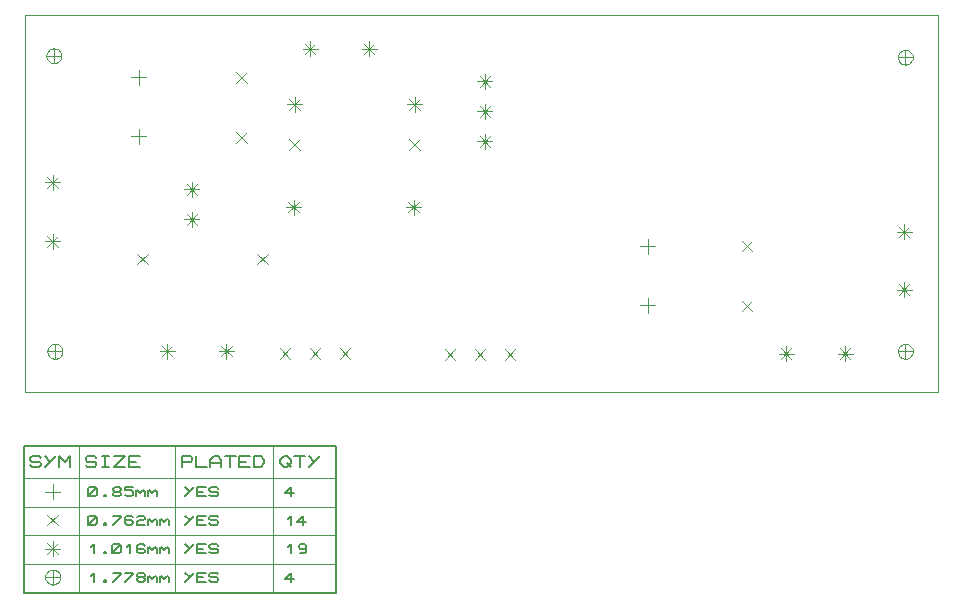
<source format=gbr>
G04 PROTEUS RS274X GERBER FILE*
%FSLAX45Y45*%
%MOMM*%
G01*
%ADD20C,0.101600*%
%ADD21C,0.127000*%
%ADD22C,0.063500*%
D20*
X-3246500Y+2040000D02*
X-3246717Y+2045247D01*
X-3248482Y+2055742D01*
X-3252174Y+2066237D01*
X-3258202Y+2076732D01*
X-3267424Y+2087112D01*
X-3277919Y+2094800D01*
X-3288414Y+2099718D01*
X-3298909Y+2102524D01*
X-3309404Y+2103497D01*
X-3310000Y+2103500D01*
X-3373500Y+2040000D02*
X-3373283Y+2045247D01*
X-3371518Y+2055742D01*
X-3367826Y+2066237D01*
X-3361798Y+2076732D01*
X-3352576Y+2087112D01*
X-3342081Y+2094800D01*
X-3331586Y+2099718D01*
X-3321091Y+2102524D01*
X-3310596Y+2103497D01*
X-3310000Y+2103500D01*
X-3373500Y+2040000D02*
X-3373283Y+2034753D01*
X-3371518Y+2024258D01*
X-3367826Y+2013763D01*
X-3361798Y+2003268D01*
X-3352576Y+1992888D01*
X-3342081Y+1985200D01*
X-3331586Y+1980282D01*
X-3321091Y+1977476D01*
X-3310596Y+1976503D01*
X-3310000Y+1976500D01*
X-3246500Y+2040000D02*
X-3246717Y+2034753D01*
X-3248482Y+2024258D01*
X-3252174Y+2013763D01*
X-3258202Y+2003268D01*
X-3267424Y+1992888D01*
X-3277919Y+1985200D01*
X-3288414Y+1980282D01*
X-3298909Y+1977476D01*
X-3309404Y+1976503D01*
X-3310000Y+1976500D01*
X-3310000Y+2103500D02*
X-3310000Y+1976500D01*
X-3373500Y+2040000D02*
X-3246500Y+2040000D01*
X-3236500Y-460000D02*
X-3236717Y-454753D01*
X-3238482Y-444258D01*
X-3242174Y-433763D01*
X-3248202Y-423268D01*
X-3257424Y-412888D01*
X-3267919Y-405200D01*
X-3278414Y-400282D01*
X-3288909Y-397476D01*
X-3299404Y-396503D01*
X-3300000Y-396500D01*
X-3363500Y-460000D02*
X-3363283Y-454753D01*
X-3361518Y-444258D01*
X-3357826Y-433763D01*
X-3351798Y-423268D01*
X-3342576Y-412888D01*
X-3332081Y-405200D01*
X-3321586Y-400282D01*
X-3311091Y-397476D01*
X-3300596Y-396503D01*
X-3300000Y-396500D01*
X-3363500Y-460000D02*
X-3363283Y-465247D01*
X-3361518Y-475742D01*
X-3357826Y-486237D01*
X-3351798Y-496732D01*
X-3342576Y-507112D01*
X-3332081Y-514800D01*
X-3321586Y-519718D01*
X-3311091Y-522524D01*
X-3300596Y-523497D01*
X-3300000Y-523500D01*
X-3236500Y-460000D02*
X-3236717Y-465247D01*
X-3238482Y-475742D01*
X-3242174Y-486237D01*
X-3248202Y-496732D01*
X-3257424Y-507112D01*
X-3267919Y-514800D01*
X-3278414Y-519718D01*
X-3288909Y-522524D01*
X-3299404Y-523497D01*
X-3300000Y-523500D01*
X-3300000Y-396500D02*
X-3300000Y-523500D01*
X-3363500Y-460000D02*
X-3236500Y-460000D01*
X+3963500Y+2030000D02*
X+3963283Y+2035247D01*
X+3961518Y+2045742D01*
X+3957826Y+2056237D01*
X+3951798Y+2066732D01*
X+3942576Y+2077112D01*
X+3932081Y+2084800D01*
X+3921586Y+2089718D01*
X+3911091Y+2092524D01*
X+3900596Y+2093497D01*
X+3900000Y+2093500D01*
X+3836500Y+2030000D02*
X+3836717Y+2035247D01*
X+3838482Y+2045742D01*
X+3842174Y+2056237D01*
X+3848202Y+2066732D01*
X+3857424Y+2077112D01*
X+3867919Y+2084800D01*
X+3878414Y+2089718D01*
X+3888909Y+2092524D01*
X+3899404Y+2093497D01*
X+3900000Y+2093500D01*
X+3836500Y+2030000D02*
X+3836717Y+2024753D01*
X+3838482Y+2014258D01*
X+3842174Y+2003763D01*
X+3848202Y+1993268D01*
X+3857424Y+1982888D01*
X+3867919Y+1975200D01*
X+3878414Y+1970282D01*
X+3888909Y+1967476D01*
X+3899404Y+1966503D01*
X+3900000Y+1966500D01*
X+3963500Y+2030000D02*
X+3963283Y+2024753D01*
X+3961518Y+2014258D01*
X+3957826Y+2003763D01*
X+3951798Y+1993268D01*
X+3942576Y+1982888D01*
X+3932081Y+1975200D01*
X+3921586Y+1970282D01*
X+3911091Y+1967476D01*
X+3900596Y+1966503D01*
X+3900000Y+1966500D01*
X+3900000Y+2093500D02*
X+3900000Y+1966500D01*
X+3836500Y+2030000D02*
X+3963500Y+2030000D01*
X+3963500Y-460000D02*
X+3963283Y-454753D01*
X+3961518Y-444258D01*
X+3957826Y-433763D01*
X+3951798Y-423268D01*
X+3942576Y-412888D01*
X+3932081Y-405200D01*
X+3921586Y-400282D01*
X+3911091Y-397476D01*
X+3900596Y-396503D01*
X+3900000Y-396500D01*
X+3836500Y-460000D02*
X+3836717Y-454753D01*
X+3838482Y-444258D01*
X+3842174Y-433763D01*
X+3848202Y-423268D01*
X+3857424Y-412888D01*
X+3867919Y-405200D01*
X+3878414Y-400282D01*
X+3888909Y-397476D01*
X+3899404Y-396503D01*
X+3900000Y-396500D01*
X+3836500Y-460000D02*
X+3836717Y-465247D01*
X+3838482Y-475742D01*
X+3842174Y-486237D01*
X+3848202Y-496732D01*
X+3857424Y-507112D01*
X+3867919Y-514800D01*
X+3878414Y-519718D01*
X+3888909Y-522524D01*
X+3899404Y-523497D01*
X+3900000Y-523500D01*
X+3963500Y-460000D02*
X+3963283Y-465247D01*
X+3961518Y-475742D01*
X+3957826Y-486237D01*
X+3951798Y-496732D01*
X+3942576Y-507112D01*
X+3932081Y-514800D01*
X+3921586Y-519718D01*
X+3911091Y-522524D01*
X+3900596Y-523497D01*
X+3900000Y-523500D01*
X+3900000Y-396500D02*
X+3900000Y-523500D01*
X+3836500Y-460000D02*
X+3963500Y-460000D01*
X+340000Y+1887500D02*
X+340000Y+1760500D01*
X+276500Y+1824000D02*
X+403500Y+1824000D01*
X+295099Y+1868901D02*
X+384901Y+1779099D01*
X+295099Y+1779099D02*
X+384901Y+1868901D01*
X+340000Y+1633500D02*
X+340000Y+1506500D01*
X+276500Y+1570000D02*
X+403500Y+1570000D01*
X+295099Y+1614901D02*
X+384901Y+1525099D01*
X+295099Y+1525099D02*
X+384901Y+1614901D01*
X+340000Y+1379500D02*
X+340000Y+1252500D01*
X+276500Y+1316000D02*
X+403500Y+1316000D01*
X+295099Y+1360901D02*
X+384901Y+1271099D01*
X+295099Y+1271099D02*
X+384901Y+1360901D01*
X-3320000Y+1033500D02*
X-3320000Y+906500D01*
X-3383500Y+970000D02*
X-3256500Y+970000D01*
X-3364901Y+1014901D02*
X-3275099Y+925099D01*
X-3364901Y+925099D02*
X-3275099Y+1014901D01*
X-3320000Y+533500D02*
X-3320000Y+406500D01*
X-3383500Y+470000D02*
X-3256500Y+470000D01*
X-3364901Y+514901D02*
X-3275099Y+425099D01*
X-3364901Y+425099D02*
X-3275099Y+514901D01*
X+3890000Y+613500D02*
X+3890000Y+486500D01*
X+3826500Y+550000D02*
X+3953500Y+550000D01*
X+3845099Y+594901D02*
X+3934901Y+505099D01*
X+3845099Y+505099D02*
X+3934901Y+594901D01*
X+3890000Y+123500D02*
X+3890000Y-3500D01*
X+3826500Y+60000D02*
X+3953500Y+60000D01*
X+3845099Y+104901D02*
X+3934901Y+15099D01*
X+3845099Y+15099D02*
X+3934901Y+104901D01*
X-2140000Y+973500D02*
X-2140000Y+846500D01*
X-2203500Y+910000D02*
X-2076500Y+910000D01*
X-2184901Y+954901D02*
X-2095099Y+865099D01*
X-2184901Y+865099D02*
X-2095099Y+954901D01*
X-2140000Y+719500D02*
X-2140000Y+592500D01*
X-2203500Y+656000D02*
X-2076500Y+656000D01*
X-2184901Y+700901D02*
X-2095099Y+611099D01*
X-2184901Y+611099D02*
X-2095099Y+700901D01*
X-2604901Y+364901D02*
X-2515099Y+275099D01*
X-2604901Y+275099D02*
X-2515099Y+364901D01*
X-1588901Y+364901D02*
X-1499099Y+275099D01*
X-1588901Y+275099D02*
X-1499099Y+364901D01*
X-2590000Y+1423500D02*
X-2590000Y+1296500D01*
X-2653500Y+1360000D02*
X-2526500Y+1360000D01*
X-2590000Y+1923500D02*
X-2590000Y+1796500D01*
X-2653500Y+1860000D02*
X-2526500Y+1860000D01*
X-1764901Y+1394901D02*
X-1675099Y+1305099D01*
X-1764901Y+1305099D02*
X-1675099Y+1394901D01*
X-1764901Y+1902901D02*
X-1675099Y+1813099D01*
X-1764901Y+1813099D02*
X-1675099Y+1902901D01*
X-264000Y+823500D02*
X-264000Y+696500D01*
X-327500Y+760000D02*
X-200500Y+760000D01*
X-308901Y+804901D02*
X-219099Y+715099D01*
X-308901Y+715099D02*
X-219099Y+804901D01*
X-1280000Y+823500D02*
X-1280000Y+696500D01*
X-1343500Y+760000D02*
X-1216500Y+760000D01*
X-1324901Y+804901D02*
X-1235099Y+715099D01*
X-1324901Y+715099D02*
X-1235099Y+804901D01*
X-254000Y+1693500D02*
X-254000Y+1566500D01*
X-317500Y+1630000D02*
X-190500Y+1630000D01*
X-298901Y+1674901D02*
X-209099Y+1585099D01*
X-298901Y+1585099D02*
X-209099Y+1674901D01*
X-1270000Y+1693500D02*
X-1270000Y+1566500D01*
X-1333500Y+1630000D02*
X-1206500Y+1630000D01*
X-1314901Y+1674901D02*
X-1225099Y+1585099D01*
X-1314901Y+1585099D02*
X-1225099Y+1674901D01*
X-1314901Y+1334901D02*
X-1225099Y+1245099D01*
X-1314901Y+1245099D02*
X-1225099Y+1334901D01*
X-298901Y+1334901D02*
X-209099Y+1245099D01*
X-298901Y+1245099D02*
X-209099Y+1334901D01*
X-1140000Y+2163500D02*
X-1140000Y+2036500D01*
X-1203500Y+2100000D02*
X-1076500Y+2100000D01*
X-1184901Y+2144901D02*
X-1095099Y+2055099D01*
X-1184901Y+2055099D02*
X-1095099Y+2144901D01*
X-640000Y+2163500D02*
X-640000Y+2036500D01*
X-703500Y+2100000D02*
X-576500Y+2100000D01*
X-684901Y+2144901D02*
X-595099Y+2055099D01*
X-684901Y+2055099D02*
X-595099Y+2144901D01*
X-2350000Y-396500D02*
X-2350000Y-523500D01*
X-2413500Y-460000D02*
X-2286500Y-460000D01*
X-2394901Y-415099D02*
X-2305099Y-504901D01*
X-2394901Y-504901D02*
X-2305099Y-415099D01*
X-1850000Y-396500D02*
X-1850000Y-523500D01*
X-1913500Y-460000D02*
X-1786500Y-460000D01*
X-1894901Y-415099D02*
X-1805099Y-504901D01*
X-1894901Y-504901D02*
X-1805099Y-415099D01*
X+2890000Y-416500D02*
X+2890000Y-543500D01*
X+2826500Y-480000D02*
X+2953500Y-480000D01*
X+2845099Y-435099D02*
X+2934901Y-524901D01*
X+2845099Y-524901D02*
X+2934901Y-435099D01*
X-1398901Y-435099D02*
X-1309099Y-524901D01*
X-1398901Y-524901D02*
X-1309099Y-435099D01*
X-890901Y-435099D02*
X-801099Y-524901D01*
X-890901Y-524901D02*
X-801099Y-435099D01*
X-1144901Y-435099D02*
X-1055099Y-524901D01*
X-1144901Y-524901D02*
X-1055099Y-435099D01*
X+1099Y-445099D02*
X+90901Y-534901D01*
X+1099Y-534901D02*
X+90901Y-445099D01*
X+509099Y-445099D02*
X+598901Y-534901D01*
X+509099Y-534901D02*
X+598901Y-445099D01*
X+255099Y-445099D02*
X+344901Y-534901D01*
X+255099Y-534901D02*
X+344901Y-445099D01*
X+1720000Y-6500D02*
X+1720000Y-133500D01*
X+1656500Y-70000D02*
X+1783500Y-70000D01*
X+1720000Y+493500D02*
X+1720000Y+366500D01*
X+1656500Y+430000D02*
X+1783500Y+430000D01*
X+2515099Y-33099D02*
X+2604901Y-122901D01*
X+2515099Y-122901D02*
X+2604901Y-33099D01*
X+2515099Y+474901D02*
X+2604901Y+385099D01*
X+2515099Y+385099D02*
X+2604901Y+474901D01*
X+3390000Y-416500D02*
X+3390000Y-543500D01*
X+3326500Y-480000D02*
X+3453500Y-480000D01*
X+3345099Y-435099D02*
X+3434901Y-524901D01*
X+3345099Y-524901D02*
X+3434901Y-435099D01*
X-3550000Y-808580D02*
X+4180000Y-808580D01*
X+4180000Y+2390000D01*
X-3550000Y+2390000D01*
X-3550000Y-808580D01*
D21*
X-3565080Y-2505280D02*
X-920940Y-2505280D01*
X-920940Y-1260680D01*
X-3565080Y-1260680D01*
X-3565080Y-2505280D01*
D22*
X-3097718Y-1260680D02*
X-3097718Y-2505280D01*
X-2284918Y-1260680D02*
X-2284918Y-2505280D01*
X-1451798Y-1260680D02*
X-1451798Y-2505280D01*
X-3565080Y-1533730D02*
X-920940Y-1533730D01*
X-3565080Y-1775030D02*
X-920940Y-1775030D01*
X-3565080Y-2016330D02*
X-920940Y-2016330D01*
X-3565080Y-2257630D02*
X-920940Y-2257630D01*
D21*
X-3507930Y-1424510D02*
X-3492690Y-1439750D01*
X-3431730Y-1439750D01*
X-3416490Y-1424510D01*
X-3416490Y-1409270D01*
X-3431730Y-1394030D01*
X-3492690Y-1394030D01*
X-3507930Y-1378790D01*
X-3507930Y-1363550D01*
X-3492690Y-1348310D01*
X-3431730Y-1348310D01*
X-3416490Y-1363550D01*
X-3294570Y-1348310D02*
X-3386010Y-1439750D01*
X-3386010Y-1348310D02*
X-3340290Y-1394030D01*
X-3264090Y-1439750D02*
X-3264090Y-1348310D01*
X-3218370Y-1394030D01*
X-3172650Y-1348310D01*
X-3172650Y-1439750D01*
X-3040570Y-1424510D02*
X-3025330Y-1439750D01*
X-2964370Y-1439750D01*
X-2949130Y-1424510D01*
X-2949130Y-1409270D01*
X-2964370Y-1394030D01*
X-3025330Y-1394030D01*
X-3040570Y-1378790D01*
X-3040570Y-1363550D01*
X-3025330Y-1348310D01*
X-2964370Y-1348310D01*
X-2949130Y-1363550D01*
X-2903410Y-1348310D02*
X-2842450Y-1348310D01*
X-2872930Y-1348310D02*
X-2872930Y-1439750D01*
X-2903410Y-1439750D02*
X-2842450Y-1439750D01*
X-2796730Y-1348310D02*
X-2705290Y-1348310D01*
X-2796730Y-1439750D01*
X-2705290Y-1439750D01*
X-2583370Y-1439750D02*
X-2674810Y-1439750D01*
X-2674810Y-1348310D01*
X-2583370Y-1348310D01*
X-2674810Y-1394030D02*
X-2613850Y-1394030D01*
X-2227770Y-1439750D02*
X-2227770Y-1348310D01*
X-2151570Y-1348310D01*
X-2136330Y-1363550D01*
X-2136330Y-1378790D01*
X-2151570Y-1394030D01*
X-2227770Y-1394030D01*
X-2105850Y-1348310D02*
X-2105850Y-1439750D01*
X-2014410Y-1439750D01*
X-1983930Y-1439750D02*
X-1983930Y-1378790D01*
X-1953450Y-1348310D01*
X-1922970Y-1348310D01*
X-1892490Y-1378790D01*
X-1892490Y-1439750D01*
X-1983930Y-1409270D02*
X-1892490Y-1409270D01*
X-1862010Y-1348310D02*
X-1770570Y-1348310D01*
X-1816290Y-1348310D02*
X-1816290Y-1439750D01*
X-1648650Y-1439750D02*
X-1740090Y-1439750D01*
X-1740090Y-1348310D01*
X-1648650Y-1348310D01*
X-1740090Y-1394030D02*
X-1679130Y-1394030D01*
X-1618170Y-1439750D02*
X-1618170Y-1348310D01*
X-1557210Y-1348310D01*
X-1526730Y-1378790D01*
X-1526730Y-1409270D01*
X-1557210Y-1439750D01*
X-1618170Y-1439750D01*
X-1394650Y-1378790D02*
X-1364170Y-1348310D01*
X-1333690Y-1348310D01*
X-1303210Y-1378790D01*
X-1303210Y-1409270D01*
X-1333690Y-1439750D01*
X-1364170Y-1439750D01*
X-1394650Y-1409270D01*
X-1394650Y-1378790D01*
X-1333690Y-1409270D02*
X-1303210Y-1439750D01*
X-1272730Y-1348310D02*
X-1181290Y-1348310D01*
X-1227010Y-1348310D02*
X-1227010Y-1439750D01*
X-1059370Y-1348310D02*
X-1150810Y-1439750D01*
X-1150810Y-1348310D02*
X-1105090Y-1394030D01*
D20*
X-3318700Y-1584530D02*
X-3318700Y-1711530D01*
X-3382200Y-1648030D02*
X-3255200Y-1648030D01*
D21*
X-3021520Y-1673430D02*
X-3021520Y-1622630D01*
X-3008820Y-1609930D01*
X-2958020Y-1609930D01*
X-2945320Y-1622630D01*
X-2945320Y-1673430D01*
X-2958020Y-1686130D01*
X-3008820Y-1686130D01*
X-3021520Y-1673430D01*
X-3021520Y-1686130D02*
X-2945320Y-1609930D01*
X-2881820Y-1673430D02*
X-2869120Y-1673430D01*
X-2869120Y-1686130D01*
X-2881820Y-1686130D01*
X-2881820Y-1673430D01*
X-2792920Y-1648030D02*
X-2805620Y-1635330D01*
X-2805620Y-1622630D01*
X-2792920Y-1609930D01*
X-2754820Y-1609930D01*
X-2742120Y-1622630D01*
X-2742120Y-1635330D01*
X-2754820Y-1648030D01*
X-2792920Y-1648030D01*
X-2805620Y-1660730D01*
X-2805620Y-1673430D01*
X-2792920Y-1686130D01*
X-2754820Y-1686130D01*
X-2742120Y-1673430D01*
X-2742120Y-1660730D01*
X-2754820Y-1648030D01*
X-2640520Y-1609930D02*
X-2704020Y-1609930D01*
X-2704020Y-1635330D01*
X-2653220Y-1635330D01*
X-2640520Y-1648030D01*
X-2640520Y-1673430D01*
X-2653220Y-1686130D01*
X-2691320Y-1686130D01*
X-2704020Y-1673430D01*
X-2615120Y-1686130D02*
X-2615120Y-1635330D01*
X-2615120Y-1648030D02*
X-2602420Y-1635330D01*
X-2577020Y-1660730D01*
X-2551620Y-1635330D01*
X-2538920Y-1648030D01*
X-2538920Y-1686130D01*
X-2513520Y-1686130D02*
X-2513520Y-1635330D01*
X-2513520Y-1648030D02*
X-2500820Y-1635330D01*
X-2475420Y-1660730D01*
X-2450020Y-1635330D01*
X-2437320Y-1648030D01*
X-2437320Y-1686130D01*
X-2119820Y-1609930D02*
X-2196020Y-1686130D01*
X-2196020Y-1609930D02*
X-2157920Y-1648030D01*
X-2018220Y-1686130D02*
X-2094420Y-1686130D01*
X-2094420Y-1609930D01*
X-2018220Y-1609930D01*
X-2094420Y-1648030D02*
X-2043620Y-1648030D01*
X-1992820Y-1673430D02*
X-1980120Y-1686130D01*
X-1929320Y-1686130D01*
X-1916620Y-1673430D01*
X-1916620Y-1660730D01*
X-1929320Y-1648030D01*
X-1980120Y-1648030D01*
X-1992820Y-1635330D01*
X-1992820Y-1622630D01*
X-1980120Y-1609930D01*
X-1929320Y-1609930D01*
X-1916620Y-1622630D01*
X-1274000Y-1660730D02*
X-1350200Y-1660730D01*
X-1299400Y-1609930D01*
X-1299400Y-1686130D01*
D20*
X-3363601Y-1844429D02*
X-3273799Y-1934231D01*
X-3363601Y-1934231D02*
X-3273799Y-1844429D01*
D21*
X-3021520Y-1914730D02*
X-3021520Y-1863930D01*
X-3008820Y-1851230D01*
X-2958020Y-1851230D01*
X-2945320Y-1863930D01*
X-2945320Y-1914730D01*
X-2958020Y-1927430D01*
X-3008820Y-1927430D01*
X-3021520Y-1914730D01*
X-3021520Y-1927430D02*
X-2945320Y-1851230D01*
X-2881820Y-1914730D02*
X-2869120Y-1914730D01*
X-2869120Y-1927430D01*
X-2881820Y-1927430D01*
X-2881820Y-1914730D01*
X-2805620Y-1851230D02*
X-2742120Y-1851230D01*
X-2742120Y-1863930D01*
X-2805620Y-1927430D01*
X-2640520Y-1863930D02*
X-2653220Y-1851230D01*
X-2691320Y-1851230D01*
X-2704020Y-1863930D01*
X-2704020Y-1914730D01*
X-2691320Y-1927430D01*
X-2653220Y-1927430D01*
X-2640520Y-1914730D01*
X-2640520Y-1902030D01*
X-2653220Y-1889330D01*
X-2704020Y-1889330D01*
X-2602420Y-1863930D02*
X-2589720Y-1851230D01*
X-2551620Y-1851230D01*
X-2538920Y-1863930D01*
X-2538920Y-1876630D01*
X-2551620Y-1889330D01*
X-2589720Y-1889330D01*
X-2602420Y-1902030D01*
X-2602420Y-1927430D01*
X-2538920Y-1927430D01*
X-2513520Y-1927430D02*
X-2513520Y-1876630D01*
X-2513520Y-1889330D02*
X-2500820Y-1876630D01*
X-2475420Y-1902030D01*
X-2450020Y-1876630D01*
X-2437320Y-1889330D01*
X-2437320Y-1927430D01*
X-2411920Y-1927430D02*
X-2411920Y-1876630D01*
X-2411920Y-1889330D02*
X-2399220Y-1876630D01*
X-2373820Y-1902030D01*
X-2348420Y-1876630D01*
X-2335720Y-1889330D01*
X-2335720Y-1927430D01*
X-2119820Y-1851230D02*
X-2196020Y-1927430D01*
X-2196020Y-1851230D02*
X-2157920Y-1889330D01*
X-2018220Y-1927430D02*
X-2094420Y-1927430D01*
X-2094420Y-1851230D01*
X-2018220Y-1851230D01*
X-2094420Y-1889330D02*
X-2043620Y-1889330D01*
X-1992820Y-1914730D02*
X-1980120Y-1927430D01*
X-1929320Y-1927430D01*
X-1916620Y-1914730D01*
X-1916620Y-1902030D01*
X-1929320Y-1889330D01*
X-1980120Y-1889330D01*
X-1992820Y-1876630D01*
X-1992820Y-1863930D01*
X-1980120Y-1851230D01*
X-1929320Y-1851230D01*
X-1916620Y-1863930D01*
X-1324800Y-1876630D02*
X-1299400Y-1851230D01*
X-1299400Y-1927430D01*
X-1172400Y-1902030D02*
X-1248600Y-1902030D01*
X-1197800Y-1851230D01*
X-1197800Y-1927430D01*
D20*
X-3318700Y-2067130D02*
X-3318700Y-2194130D01*
X-3382200Y-2130630D02*
X-3255200Y-2130630D01*
X-3363601Y-2085729D02*
X-3273799Y-2175531D01*
X-3363601Y-2175531D02*
X-3273799Y-2085729D01*
D21*
X-2996120Y-2117930D02*
X-2970720Y-2092530D01*
X-2970720Y-2168730D01*
X-2881820Y-2156030D02*
X-2869120Y-2156030D01*
X-2869120Y-2168730D01*
X-2881820Y-2168730D01*
X-2881820Y-2156030D01*
X-2818320Y-2156030D02*
X-2818320Y-2105230D01*
X-2805620Y-2092530D01*
X-2754820Y-2092530D01*
X-2742120Y-2105230D01*
X-2742120Y-2156030D01*
X-2754820Y-2168730D01*
X-2805620Y-2168730D01*
X-2818320Y-2156030D01*
X-2818320Y-2168730D02*
X-2742120Y-2092530D01*
X-2691320Y-2117930D02*
X-2665920Y-2092530D01*
X-2665920Y-2168730D01*
X-2538920Y-2105230D02*
X-2551620Y-2092530D01*
X-2589720Y-2092530D01*
X-2602420Y-2105230D01*
X-2602420Y-2156030D01*
X-2589720Y-2168730D01*
X-2551620Y-2168730D01*
X-2538920Y-2156030D01*
X-2538920Y-2143330D01*
X-2551620Y-2130630D01*
X-2602420Y-2130630D01*
X-2513520Y-2168730D02*
X-2513520Y-2117930D01*
X-2513520Y-2130630D02*
X-2500820Y-2117930D01*
X-2475420Y-2143330D01*
X-2450020Y-2117930D01*
X-2437320Y-2130630D01*
X-2437320Y-2168730D01*
X-2411920Y-2168730D02*
X-2411920Y-2117930D01*
X-2411920Y-2130630D02*
X-2399220Y-2117930D01*
X-2373820Y-2143330D01*
X-2348420Y-2117930D01*
X-2335720Y-2130630D01*
X-2335720Y-2168730D01*
X-2119820Y-2092530D02*
X-2196020Y-2168730D01*
X-2196020Y-2092530D02*
X-2157920Y-2130630D01*
X-2018220Y-2168730D02*
X-2094420Y-2168730D01*
X-2094420Y-2092530D01*
X-2018220Y-2092530D01*
X-2094420Y-2130630D02*
X-2043620Y-2130630D01*
X-1992820Y-2156030D02*
X-1980120Y-2168730D01*
X-1929320Y-2168730D01*
X-1916620Y-2156030D01*
X-1916620Y-2143330D01*
X-1929320Y-2130630D01*
X-1980120Y-2130630D01*
X-1992820Y-2117930D01*
X-1992820Y-2105230D01*
X-1980120Y-2092530D01*
X-1929320Y-2092530D01*
X-1916620Y-2105230D01*
X-1324800Y-2117930D02*
X-1299400Y-2092530D01*
X-1299400Y-2168730D01*
X-1172400Y-2117930D02*
X-1185100Y-2130630D01*
X-1223200Y-2130630D01*
X-1235900Y-2117930D01*
X-1235900Y-2105230D01*
X-1223200Y-2092530D01*
X-1185100Y-2092530D01*
X-1172400Y-2105230D01*
X-1172400Y-2156030D01*
X-1185100Y-2168730D01*
X-1223200Y-2168730D01*
D20*
X-3255200Y-2371930D02*
X-3255417Y-2366683D01*
X-3257182Y-2356188D01*
X-3260874Y-2345693D01*
X-3266902Y-2335198D01*
X-3276124Y-2324818D01*
X-3286619Y-2317130D01*
X-3297114Y-2312212D01*
X-3307609Y-2309406D01*
X-3318104Y-2308433D01*
X-3318700Y-2308430D01*
X-3382200Y-2371930D02*
X-3381983Y-2366683D01*
X-3380218Y-2356188D01*
X-3376526Y-2345693D01*
X-3370498Y-2335198D01*
X-3361276Y-2324818D01*
X-3350781Y-2317130D01*
X-3340286Y-2312212D01*
X-3329791Y-2309406D01*
X-3319296Y-2308433D01*
X-3318700Y-2308430D01*
X-3382200Y-2371930D02*
X-3381983Y-2377177D01*
X-3380218Y-2387672D01*
X-3376526Y-2398167D01*
X-3370498Y-2408662D01*
X-3361276Y-2419042D01*
X-3350781Y-2426730D01*
X-3340286Y-2431648D01*
X-3329791Y-2434454D01*
X-3319296Y-2435427D01*
X-3318700Y-2435430D01*
X-3255200Y-2371930D02*
X-3255417Y-2377177D01*
X-3257182Y-2387672D01*
X-3260874Y-2398167D01*
X-3266902Y-2408662D01*
X-3276124Y-2419042D01*
X-3286619Y-2426730D01*
X-3297114Y-2431648D01*
X-3307609Y-2434454D01*
X-3318104Y-2435427D01*
X-3318700Y-2435430D01*
X-3318700Y-2308430D02*
X-3318700Y-2435430D01*
X-3382200Y-2371930D02*
X-3255200Y-2371930D01*
D21*
X-2996120Y-2359230D02*
X-2970720Y-2333830D01*
X-2970720Y-2410030D01*
X-2881820Y-2397330D02*
X-2869120Y-2397330D01*
X-2869120Y-2410030D01*
X-2881820Y-2410030D01*
X-2881820Y-2397330D01*
X-2805620Y-2333830D02*
X-2742120Y-2333830D01*
X-2742120Y-2346530D01*
X-2805620Y-2410030D01*
X-2704020Y-2333830D02*
X-2640520Y-2333830D01*
X-2640520Y-2346530D01*
X-2704020Y-2410030D01*
X-2589720Y-2371930D02*
X-2602420Y-2359230D01*
X-2602420Y-2346530D01*
X-2589720Y-2333830D01*
X-2551620Y-2333830D01*
X-2538920Y-2346530D01*
X-2538920Y-2359230D01*
X-2551620Y-2371930D01*
X-2589720Y-2371930D01*
X-2602420Y-2384630D01*
X-2602420Y-2397330D01*
X-2589720Y-2410030D01*
X-2551620Y-2410030D01*
X-2538920Y-2397330D01*
X-2538920Y-2384630D01*
X-2551620Y-2371930D01*
X-2513520Y-2410030D02*
X-2513520Y-2359230D01*
X-2513520Y-2371930D02*
X-2500820Y-2359230D01*
X-2475420Y-2384630D01*
X-2450020Y-2359230D01*
X-2437320Y-2371930D01*
X-2437320Y-2410030D01*
X-2411920Y-2410030D02*
X-2411920Y-2359230D01*
X-2411920Y-2371930D02*
X-2399220Y-2359230D01*
X-2373820Y-2384630D01*
X-2348420Y-2359230D01*
X-2335720Y-2371930D01*
X-2335720Y-2410030D01*
X-2119820Y-2333830D02*
X-2196020Y-2410030D01*
X-2196020Y-2333830D02*
X-2157920Y-2371930D01*
X-2018220Y-2410030D02*
X-2094420Y-2410030D01*
X-2094420Y-2333830D01*
X-2018220Y-2333830D01*
X-2094420Y-2371930D02*
X-2043620Y-2371930D01*
X-1992820Y-2397330D02*
X-1980120Y-2410030D01*
X-1929320Y-2410030D01*
X-1916620Y-2397330D01*
X-1916620Y-2384630D01*
X-1929320Y-2371930D01*
X-1980120Y-2371930D01*
X-1992820Y-2359230D01*
X-1992820Y-2346530D01*
X-1980120Y-2333830D01*
X-1929320Y-2333830D01*
X-1916620Y-2346530D01*
X-1274000Y-2384630D02*
X-1350200Y-2384630D01*
X-1299400Y-2333830D01*
X-1299400Y-2410030D01*
M02*

</source>
